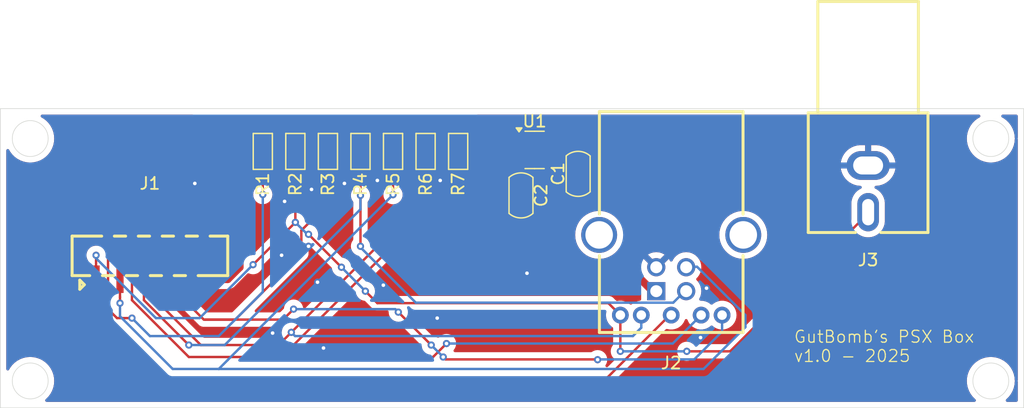
<source format=kicad_pcb>
(kicad_pcb (version 20240108) (generator "pcbnew") (generator_version "8.0")
  (layers (0 "F.Cu" signal) (31 "B.Cu" signal) (34 "B.Paste" user) (35 "F.Paste" user) (36 "B.SilkS" user "B.Silkscreen") (37 "F.SilkS" user "F.Silkscreen") (38 "B.Mask" user) (39 "F.Mask" user) (44 "Edge.Cuts" user))
  (net 0 "")
  (net 1 "+5V")
  (net 2 "GND")
  (net 3 "+3.3V")
  (net 4 "Net-(J1-ACK)")
  (net 5 "Net-(J1-CLK)")
  (net 6 "Net-(J1-ATT1)")
  (net 7 "Net-(J1-DAT)")
  (net 8 "Net-(J1-CMD)")
  (net 9 "Net-(J1-ATT2)")
  (net 10 "Net-(J1-IRQ10)")
  (footprint "Package_TO_SOT_SMD:SOT-23-3" (layer "F.Cu") (at 117.1375 64.45)
    (property "Reference" "U1" (at 0 -2.4 0) (layer "F.SilkS"))
    (property "Value" "XC6206PxxxMR" (hide yes))
    (fp_line (start 0 -1.56) (end -0.8 -1.56) (stroke (width 0.12)) (layer "F.SilkS"))
    (fp_line (start 0 -1.56) (end 0.8 -1.56) (stroke (width 0.12)) (layer "F.SilkS"))
    (fp_line (start 0 1.56) (end -0.8 1.56) (stroke (width 0.12)) (layer "F.SilkS"))
    (fp_line (start 0 1.56) (end 0.8 1.56) (stroke (width 0.12)) (layer "F.SilkS"))
    (fp_poly (pts (xy -1.3 -1.51) (xy -1.54 -1.84) (xy -1.06 -1.84) (xy -1.3 -1.51)) (stroke (width 0.12)) (fill solid) (layer "F.SilkS"))
    (pad "1" smd roundrect (at -1.1375 -0.95) (size 1.325 0.6) (layers "F.Cu" "F.Paste" "F.Mask") (net 2 "GND"))
    (pad "2" smd roundrect (at -1.1375 0.95) (size 1.325 0.6) (layers "F.Cu" "F.Paste" "F.Mask") (net 3 "+3.3V"))
    (pad "3" smd roundrect (at 1.1375 0) (size 1.325 0.6) (layers "F.Cu" "F.Paste" "F.Mask") (net 1 "+5V"))
  )
  (footprint "PCM_Resistor_SMD_AKL:R_0603_1608Metric" (layer "F.Cu") (at 94.43 64.575 -90)
    (property "Reference" "R1" (at 2.75 0 90) (layer "F.SilkS"))
    (property "Value" "R" (hide yes))
    (fp_line (start -1.5 0.8) (end 1.5 0.8) (stroke (width 0.12)) (layer "F.SilkS"))
    (fp_line (start 1.5 0.8) (end 1.5 -0.8) (stroke (width 0.12)) (layer "F.SilkS"))
    (fp_line (start -1.5 -0.8) (end -1.5 0.8) (stroke (width 0.12)) (layer "F.SilkS"))
    (fp_line (start 1.5 -0.8) (end -1.5 -0.8) (stroke (width 0.12)) (layer "F.SilkS"))
    (pad "1" smd roundrect (at -0.825 0 270) (size 0.8 0.95) (layers "F.Cu" "F.Paste" "F.Mask") (net 3 "+3.3V"))
    (pad "2" smd roundrect (at 0.825 0 270) (size 0.8 0.95) (layers "F.Cu" "F.Paste" "F.Mask") (net 4 "Net-(J1-ACK)"))
  )
  (footprint "PCM_Resistor_SMD_AKL:R_0603_1608Metric" (layer "F.Cu") (at 110.75 64.575 -90)
    (property "Reference" "R7" (at 2.75 0 90) (layer "F.SilkS"))
    (property "Value" "R" (hide yes))
    (fp_line (start -1.5 0.8) (end 1.5 0.8) (stroke (width 0.12)) (layer "F.SilkS"))
    (fp_line (start 1.5 0.8) (end 1.5 -0.8) (stroke (width 0.12)) (layer "F.SilkS"))
    (fp_line (start -1.5 -0.8) (end -1.5 0.8) (stroke (width 0.12)) (layer "F.SilkS"))
    (fp_line (start 1.5 -0.8) (end -1.5 -0.8) (stroke (width 0.12)) (layer "F.SilkS"))
    (pad "1" smd roundrect (at -0.825 0 270) (size 0.8 0.95) (layers "F.Cu" "F.Paste" "F.Mask") (net 3 "+3.3V"))
    (pad "2" smd roundrect (at 0.825 0 270) (size 0.8 0.95) (layers "F.Cu" "F.Paste" "F.Mask") (net 7 "Net-(J1-DAT)"))
  )
  (footprint "PCM_Capacitor_SMD_AKL:C_0805_2012Metric" (layer "F.Cu") (at 120.775 66.45 90)
    (property "Reference" "C1" (at 0 -1.68 90) (layer "F.SilkS"))
    (property "Value" "C_0805" (hide yes))
    (fp_line (start 1.5 -1) (end -1.5 -1) (stroke (width 0.12)) (layer "F.SilkS"))
    (fp_line (start -1.5 1) (end 1.5 1) (stroke (width 0.12)) (layer "F.SilkS"))
    (fp_arc (start 1.5 -1) (mid 1.880894 0) (end 1.5 1) (stroke (width 0.12)) (layer "F.SilkS"))
    (fp_arc (start -1.5 1) (mid -1.880894 0) (end -1.5 -1) (stroke (width 0.12)) (layer "F.SilkS"))
    (pad "1" smd roundrect (at -0.95 0 90) (size 1 1.45) (layers "F.Cu" "F.Paste" "F.Mask") (net 2 "GND"))
    (pad "2" smd roundrect (at 0.95 0 90) (size 1 1.45) (layers "F.Cu" "F.Paste" "F.Mask") (net 1 "+5V"))
  )
  (footprint "PCM_Capacitor_SMD_AKL:C_0805_2012Metric" (layer "F.Cu") (at 116 68.25 -90)
    (property "Reference" "C2" (at 0 -1.68 90) (layer "F.SilkS"))
    (property "Value" "C_0805" (hide yes))
    (fp_line (start -1.5 1) (end 1.5 1) (stroke (width 0.12)) (layer "F.SilkS"))
    (fp_line (start 1.5 -1) (end -1.5 -1) (stroke (width 0.12)) (layer "F.SilkS"))
    (fp_arc (start -1.5 1) (mid -1.880894 0) (end -1.5 -1) (stroke (width 0.12)) (layer "F.SilkS"))
    (fp_arc (start 1.5 -1) (mid 1.880894 0) (end 1.5 1) (stroke (width 0.12)) (layer "F.SilkS"))
    (pad "1" smd roundrect (at -0.95 0 270) (size 1 1.45) (layers "F.Cu" "F.Paste" "F.Mask") (net 3 "+3.3V"))
    (pad "2" smd roundrect (at 0.95 0 270) (size 1 1.45) (layers "F.Cu" "F.Paste" "F.Mask") (net 2 "GND"))
  )
  (footprint "PCM_Resistor_SMD_AKL:R_0603_1608Metric" (layer "F.Cu") (at 102.59 64.575 -90)
    (property "Reference" "R4" (at 2.75 0 90) (layer "F.SilkS"))
    (property "Value" "R" (hide yes))
    (fp_line (start -1.5 0.8) (end 1.5 0.8) (stroke (width 0.12)) (layer "F.SilkS"))
    (fp_line (start 1.5 0.8) (end 1.5 -0.8) (stroke (width 0.12)) (layer "F.SilkS"))
    (fp_line (start -1.5 -0.8) (end -1.5 0.8) (stroke (width 0.12)) (layer "F.SilkS"))
    (fp_line (start 1.5 -0.8) (end -1.5 -0.8) (stroke (width 0.12)) (layer "F.SilkS"))
    (pad "1" smd roundrect (at -0.825 0 270) (size 0.8 0.95) (layers "F.Cu" "F.Paste" "F.Mask") (net 3 "+3.3V"))
    (pad "2" smd roundrect (at 0.825 0 270) (size 0.8 0.95) (layers "F.Cu" "F.Paste" "F.Mask") (net 6 "Net-(J1-ATT1)"))
  )
  (footprint "easyeda2kicad:USB-B-TH_9P-L18.5-W12.0" (layer "F.Cu") (at 128.55 74.9 180)
    (property "Reference" "J2" (at 0 -7.35 180) (layer "F.SilkS"))
    (property "Value" "USB3_B")
    (fp_line (start 6 13.65) (end 6 5.09) (stroke (width 0.25)) (layer "F.SilkS"))
    (fp_line (start 6 1.62) (end 6 -4.8) (stroke (width 0.25)) (layer "F.SilkS"))
    (fp_line (start 6 -4.8) (end -6 -4.8) (stroke (width 0.25)) (layer "F.SilkS"))
    (fp_line (start -6 13.65) (end 6 13.65) (stroke (width 0.25)) (layer "F.SilkS"))
    (fp_line (start -6 5.09) (end -6 13.65) (stroke (width 0.25)) (layer "F.SilkS"))
    (fp_line (start -6 -4.8) (end -6 1.62) (stroke (width 0.25)) (layer "F.SilkS"))
    (pad "1" thru_hole rect (at 1.25 -1.35 180) (size 1.52 1.52) (drill 0.999998) (layers "*.Cu" "*.Mask") (net 1 "+5V"))
    (pad "2" thru_hole circle (at -1.25 -1.35 180) (size 1.52 1.52) (drill 0.999998) (layers "*.Cu" "*.Mask") (net 6 "Net-(J1-ATT1)"))
    (pad "3" thru_hole circle (at -1.25 0.65 180) (size 1.52 1.52) (drill 0.999998) (layers "*.Cu" "*.Mask") (net 9 "Net-(J1-ATT2)"))
    (pad "4" thru_hole circle (at 1.25 0.65 180) (size 1.52 1.52) (drill 0.999998) (layers "*.Cu" "*.Mask") (net 2 "GND"))
    (pad "5" thru_hole circle (at -4.25 -3.35 180) (size 1.4 1.4) (drill 0.799998) (layers "*.Cu" "*.Mask") (net 5 "Net-(J1-CLK)"))
    (pad "6" thru_hole circle (at -2.5 -3.35 180) (size 1.4 1.4) (drill 0.799998) (layers "*.Cu" "*.Mask") (net 7 "Net-(J1-DAT)"))
    (pad "7" thru_hole circle (at 0 -3.35 180) (size 1.4 1.4) (drill 0.799998) (layers "*.Cu" "*.Mask") (net 4 "Net-(J1-ACK)"))
    (pad "8" thru_hole circle (at 2.5 -3.35 180) (size 1.4 1.4) (drill 0.799998) (layers "*.Cu" "*.Mask") (net 8 "Net-(J1-CMD)"))
    (pad "9" thru_hole circle (at 4.25 -3.35 180) (size 1.4 1.4) (drill 0.799998) (layers "*.Cu" "*.Mask") (net 10 "Net-(J1-IRQ10)"))
    (pad "10" thru_hole circle (at -6.02 3.35 180) (size 3 3) (drill 2.300021) (layers "*.Cu" "*.Mask"))
    (pad "11" thru_hole circle (at 6.02 3.35 180) (size 3 3) (drill 2.300021) (layers "*.Cu" "*.Mask"))
  )
  (footprint "easyeda2kicad:CONN-TH_AV-5" (layer "F.Cu") (at 145 67.7 180)
    (property "Reference" "J3" (at 0 -5.95 180) (layer "F.SilkS"))
    (property "Value" "RCJ-044")
    (fp_line (start 5 -3.65) (end 5 6.35) (stroke (width 0.25)) (layer "F.SilkS"))
    (fp_line (start 4.2 6.35) (end 4.2 15.65) (stroke (width 0.25)) (layer "F.SilkS"))
    (fp_line (start 1.06 -3.65) (end 5 -3.65) (stroke (width 0.25)) (layer "F.SilkS"))
    (fp_line (start -4.2 15.65) (end 4.2 15.65) (stroke (width 0.25)) (layer "F.SilkS"))
    (fp_line (start -4.2 6.35) (end -4.2 15.65) (stroke (width 0.25)) (layer "F.SilkS"))
    (fp_line (start -5 6.35) (end 5 6.35) (stroke (width 0.25)) (layer "F.SilkS"))
    (fp_line (start -5 6.35) (end -5 -3.65) (stroke (width 0.25)) (layer "F.SilkS"))
    (fp_line (start -5 -3.65) (end -1.06 -3.65) (stroke (width 0.25)) (layer "F.SilkS"))
    (pad "1" thru_hole oval (at 0 1.95 180) (size 3.6 2.4) (drill oval 2.499995 1.500022) (layers "*.Cu" "*.Mask") (net 2 "GND"))
    (pad "2" thru_hole oval (at 0 -1.95 270) (size 3.2 1.8) (drill oval 2.199996 0.999998) (layers "*.Cu" "*.Mask") (net 10 "Net-(J1-IRQ10)"))
  )
  (footprint "PCM_Resistor_SMD_AKL:R_0603_1608Metric" (layer "F.Cu") (at 99.87 64.575 -90)
    (property "Reference" "R3" (at 2.75 0 90) (layer "F.SilkS"))
    (property "Value" "R" (hide yes))
    (fp_line (start -1.5 0.8) (end 1.5 0.8) (stroke (width 0.12)) (layer "F.SilkS"))
    (fp_line (start 1.5 0.8) (end 1.5 -0.8) (stroke (width 0.12)) (layer "F.SilkS"))
    (fp_line (start -1.5 -0.8) (end -1.5 0.8) (stroke (width 0.12)) (layer "F.SilkS"))
    (fp_line (start 1.5 -0.8) (end -1.5 -0.8) (stroke (width 0.12)) (layer "F.SilkS"))
    (pad "1" smd roundrect (at -0.825 0 270) (size 0.8 0.95) (layers "F.Cu" "F.Paste" "F.Mask") (net 3 "+3.3V"))
    (pad "2" smd roundrect (at 0.825 0 270) (size 0.8 0.95) (layers "F.Cu" "F.Paste" "F.Mask") (net 5 "Net-(J1-CLK)"))
  )
  (footprint "PCM_Resistor_SMD_AKL:R_0603_1608Metric" (layer "F.Cu") (at 105.31 64.575 -90)
    (property "Reference" "R5" (at 2.75 0 90) (layer "F.SilkS"))
    (property "Value" "R" (hide yes))
    (fp_line (start -1.5 0.8) (end 1.5 0.8) (stroke (width 0.12)) (layer "F.SilkS"))
    (fp_line (start 1.5 0.8) (end 1.5 -0.8) (stroke (width 0.12)) (layer "F.SilkS"))
    (fp_line (start -1.5 -0.8) (end -1.5 0.8) (stroke (width 0.12)) (layer "F.SilkS"))
    (fp_line (start 1.5 -0.8) (end -1.5 -0.8) (stroke (width 0.12)) (layer "F.SilkS"))
    (pad "1" smd roundrect (at -0.825 0 270) (size 0.8 0.95) (layers "F.Cu" "F.Paste" "F.Mask") (net 3 "+3.3V"))
    (pad "2" smd roundrect (at 0.825 0 270) (size 0.8 0.95) (layers "F.Cu" "F.Paste" "F.Mask") (net 9 "Net-(J1-ATT2)"))
  )
  (footprint "easyeda2kicad:FPC-SMD_10P-P1.00-L3.4-W13.0" (layer "F.Cu") (at 85 73.25)
    (property "Reference" "J1" (at 0 -6 0) (layer "F.SilkS"))
    (property "Value" "Conn_02x05_Odd_Even")
    (fp_line (start -6.5 -1.6) (end -4.03 -1.6) (stroke (width 0.25)) (layer "F.SilkS"))
    (fp_line (start -6.5 1.7) (end -6.5 -1.6) (stroke (width 0.25)) (layer "F.SilkS"))
    (fp_line (start -5.86 2.08) (end -5.48 2.46) (stroke (width 0.25)) (layer "F.SilkS"))
    (fp_line (start -5.86 2.84) (end -5.86 2.08) (stroke (width 0.25)) (layer "F.SilkS"))
    (fp_line (start -5.48 2.46) (end -5.86 2.84) (stroke (width 0.25)) (layer "F.SilkS"))
    (fp_line (start -5.03 1.7) (end -6.5 1.7) (stroke (width 0.25)) (layer "F.SilkS"))
    (fp_line (start -3.03 1.7) (end -3.97 1.7) (stroke (width 0.25)) (layer "F.SilkS"))
    (fp_line (start -2.97 -1.6) (end -2.03 -1.6) (stroke (width 0.25)) (layer "F.SilkS"))
    (fp_line (start -1.03 1.7) (end -1.97 1.7) (stroke (width 0.25)) (layer "F.SilkS"))
    (fp_line (start -0.97 -1.6) (end -0.03 -1.6) (stroke (width 0.25)) (layer "F.SilkS"))
    (fp_line (start 0.97 1.7) (end 0.03 1.7) (stroke (width 0.25)) (layer "F.SilkS"))
    (fp_line (start 1.03 -1.6) (end 1.97 -1.6) (stroke (width 0.25)) (layer "F.SilkS"))
    (fp_line (start 2.97 1.7) (end 2.03 1.7) (stroke (width 0.25)) (layer "F.SilkS"))
    (fp_line (start 3.03 -1.6) (end 3.97 -1.6) (stroke (width 0.25)) (layer "F.SilkS"))
    (fp_line (start 5.03 -1.6) (end 6.5 -1.6) (stroke (width 0.25)) (layer "F.SilkS"))
    (fp_line (start 6.5 -1.6) (end 6.5 1.7) (stroke (width 0.25)) (layer "F.SilkS"))
    (fp_line (start 6.5 1.7) (end 4.03 1.7) (stroke (width 0.25)) (layer "F.SilkS"))
    (pad "1" smd rect (at -4.5 2 90) (size 2.3 0.6) (layers "F.Cu" "F.Paste" "F.Mask") (net 10 "Net-(J1-IRQ10)"))
    (pad "2" smd rect (at -3.5 -2 90) (size 2.3 0.6) (layers "F.Cu" "F.Paste" "F.Mask") (net 4 "Net-(J1-ACK)"))
    (pad "3" smd rect (at -2.5 2 90) (size 2.3 0.6) (layers "F.Cu" "F.Paste" "F.Mask") (net 9 "Net-(J1-ATT2)"))
    (pad "4" smd rect (at -1.5 -2 90) (size 2.3 0.6) (layers "F.Cu" "F.Paste" "F.Mask") (net 1 "+5V"))
    (pad "5" smd rect (at -0.5 2 90) (size 2.3 0.6) (layers "F.Cu" "F.Paste" "F.Mask") (net 6 "Net-(J1-ATT1)"))
    (pad "6" smd rect (at 0.5 -2 90) (size 2.3 0.6) (layers "F.Cu" "F.Paste" "F.Mask") (net 7 "Net-(J1-DAT)"))
    (pad "7" smd rect (at 1.5 2 90) (size 2.3 0.6) (layers "F.Cu" "F.Paste" "F.Mask") (net 2 "GND"))
    (pad "8" smd rect (at 2.5 -2 90) (size 2.3 0.6) (layers "F.Cu" "F.Paste" "F.Mask") (net 8 "Net-(J1-CMD)"))
    (pad "9" smd rect (at 3.5 2 90) (size 2.3 0.6) (layers "F.Cu" "F.Paste" "F.Mask") (net 3 "+3.3V"))
    (pad "10" smd rect (at 4.5 -2 90) (size 2.3 0.6) (layers "F.Cu" "F.Paste" "F.Mask") (net 5 "Net-(J1-CLK)"))
  )
  (footprint "PCM_Resistor_SMD_AKL:R_0603_1608Metric" (layer "F.Cu") (at 108.03 64.575 -90)
    (property "Reference" "R6" (at 2.75 0 90) (layer "F.SilkS"))
    (property "Value" "R" (hide yes))
    (fp_line (start -1.5 0.8) (end 1.5 0.8) (stroke (width 0.12)) (layer "F.SilkS"))
    (fp_line (start 1.5 0.8) (end 1.5 -0.8) (stroke (width 0.12)) (layer "F.SilkS"))
    (fp_line (start -1.5 -0.8) (end -1.5 0.8) (stroke (width 0.12)) (layer "F.SilkS"))
    (fp_line (start 1.5 -0.8) (end -1.5 -0.8) (stroke (width 0.12)) (layer "F.SilkS"))
    (pad "1" smd roundrect (at -0.825 0 270) (size 0.8 0.95) (layers "F.Cu" "F.Paste" "F.Mask") (net 3 "+3.3V"))
    (pad "2" smd roundrect (at 0.825 0 270) (size 0.8 0.95) (layers "F.Cu" "F.Paste" "F.Mask") (net 8 "Net-(J1-CMD)"))
  )
  (footprint "PCM_Resistor_SMD_AKL:R_0603_1608Metric" (layer "F.Cu") (at 97.15 64.575 -90)
    (property "Reference" "R2" (at 2.75 0 90) (layer "F.SilkS"))
    (property "Value" "R" (hide yes))
    (fp_line (start -1.5 0.8) (end 1.5 0.8) (stroke (width 0.12)) (layer "F.SilkS"))
    (fp_line (start 1.5 0.8) (end 1.5 -0.8) (stroke (width 0.12)) (layer "F.SilkS"))
    (fp_line (start -1.5 -0.8) (end -1.5 0.8) (stroke (width 0.12)) (layer "F.SilkS"))
    (fp_line (start 1.5 -0.8) (end -1.5 -0.8) (stroke (width 0.12)) (layer "F.SilkS"))
    (pad "1" smd roundrect (at -0.825 0 270) (size 0.8 0.95) (layers "F.Cu" "F.Paste" "F.Mask") (net 3 "+3.3V"))
    (pad "2" smd roundrect (at 0.825 0 270) (size 0.8 0.95) (layers "F.Cu" "F.Paste" "F.Mask") (net 10 "Net-(J1-IRQ10)"))
  )
  (gr_circle (center 155.25 83.75) (end 156.75 83.75) (stroke (width 0.05)) (fill none) (layer "Edge.Cuts"))
  (gr_circle (center 75 63.5) (end 76.5 63.5) (stroke (width 0.05)) (fill none) (layer "Edge.Cuts"))
  (gr_circle (center 75 83.75) (end 76.5 83.75) (stroke (width 0.05)) (fill none) (layer "Edge.Cuts"))
  (gr_rect (start 72.5 61) (end 158 86) (stroke (width 0.05)) (fill none) (layer "Edge.Cuts"))
  (gr_circle (center 155.25 63.5) (end 156.75 63.5) (stroke (width 0.05)) (fill none) (layer "Edge.Cuts"))
  (gr_text "GutBomb's PSX Box\nv1.0 - 2025" (at 138.75 82.25 0) (layer "F.SilkS") (effects (font (size 1 1) (thickness 0.1)) (justify left bottom)))
  (segment (start 126.96 76.21) (end 127.22 76.21) (width 0.65) (layer "F.Cu") (net 1))
  (segment (start 118.275 64.45) (end 113.877082 64.45) (width 0.65) (layer "F.Cu") (net 1))
  (segment (start 125.25 74.5) (end 126.96 76.21) (width 0.65) (layer "F.Cu") (net 1))
  (segment (start 89.25 62.25) (end 83.5 68) (width 0.65) (layer "F.Cu") (net 1))
  (segment (start 120.775 65.5) (end 122.25 65.5) (width 0.65) (layer "F.Cu") (net 1))
  (segment (start 113.877082 64.45) (end 111.677082 62.25) (width 0.65) (layer "F.Cu") (net 1))
  (segment (start 83.5 68) (end 83.5 71.25) (width 0.65) (layer "F.Cu") (net 1))
  (segment (start 125.25 68.5) (end 125.25 74.5) (width 0.65) (layer "F.Cu") (net 1))
  (segment (start 119.725 64.45) (end 120.775 65.5) (width 0.65) (layer "F.Cu") (net 1))
  (segment (start 118.275 64.45) (end 119.725 64.45) (width 0.65) (layer "F.Cu") (net 1))
  (segment (start 111.677082 62.25) (end 89.25 62.25) (width 0.65) (layer "F.Cu") (net 1))
  (segment (start 122.25 65.5) (end 125.25 68.5) (width 0.65) (layer "F.Cu") (net 1))
  (via (at 99 75.5) (size 0.6) (drill 0.3) (layers "F.Cu" "B.Cu") (net 2))
  (via (at 104.5 75.75) (size 0.6) (drill 0.3) (layers "F.Cu" "B.Cu") (net 2))
  (via (at 101.25 67.25) (size 0.6) (drill 0.3) (layers "F.Cu" "B.Cu") (net 2))
  (via (at 96.25 68.75) (size 0.6) (drill 0.3) (layers "F.Cu" "B.Cu") (net 2))
  (via (at 109 78.5) (size 0.6) (drill 0.3) (layers "F.Cu" "B.Cu") (net 2))
  (via (at 104 67) (size 0.6) (drill 0.3) (layers "F.Cu" "B.Cu") (net 2))
  (via (at 131.5 76) (size 0.6) (drill 0.3) (layers "F.Cu" "B.Cu") (net 2))
  (via (at 116.5 74.75) (size 0.6) (drill 0.3) (layers "F.Cu" "B.Cu") (net 2))
  (via (at 109.25 67) (size 0.6) (drill 0.3) (layers "F.Cu" "B.Cu") (net 2))
  (via (at 131 80.125) (size 0.6) (drill 0.3) (layers "F.Cu" "B.Cu") (net 2))
  (via (at 95.25 79.75) (size 0.6) (drill 0.3) (layers "F.Cu" "B.Cu") (net 2))
  (via (at 88.75 67.25) (size 0.6) (drill 0.3) (layers "F.Cu" "B.Cu") (net 2))
  (via (at 96 73.25) (size 0.6) (drill 0.3) (layers "F.Cu" "B.Cu") (net 2))
  (via (at 99.5 81) (size 0.6) (drill 0.3) (layers "F.Cu" "B.Cu") (net 2))
  (via (at 98.5 67.75) (size 0.6) (drill 0.3) (layers "F.Cu" "B.Cu") (net 2))
  (via (at 98.25 72.5) (size 0.6) (drill 0.3) (layers "F.Cu" "B.Cu") (net 2))
  (segment (start 105.31 63.75) (end 102.59 63.75) (width 0.65) (layer "F.Cu") (net 3))
  (segment (start 114.8 67.3) (end 116 67.3) (width 0.65) (layer "F.Cu") (net 3))
  (segment (start 111.25 63.75) (end 114.8 67.3) (width 0.65) (layer "F.Cu") (net 3))
  (segment (start 93.955 63.75) (end 92.5 65.205) (width 0.65) (layer "F.Cu") (net 3))
  (segment (start 108.03 63.75) (end 105.31 63.75) (width 0.65) (layer "F.Cu") (net 3))
  (segment (start 92.5 65.205) (end 92.5 74.25) (width 0.65) (layer "F.Cu") (net 3))
  (segment (start 91.5 75.25) (end 88.5 75.25) (width 0.65) (layer "F.Cu") (net 3))
  (segment (start 110.75 63.75) (end 111.25 63.75) (width 0.65) (layer "F.Cu") (net 3))
  (segment (start 99.87 63.75) (end 97.15 63.75) (width 0.65) (layer "F.Cu") (net 3))
  (segment (start 92.5 74.25) (end 91.5 75.25) (width 0.65) (layer "F.Cu") (net 3))
  (segment (start 116 67.3) (end 116 65.4) (width 0.65) (layer "F.Cu") (net 3))
  (segment (start 94.43 63.75) (end 93.955 63.75) (width 0.65) (layer "F.Cu") (net 3))
  (segment (start 102.59 63.75) (end 99.87 63.75) (width 0.65) (layer "F.Cu") (net 3))
  (segment (start 97.15 63.75) (end 94.43 63.75) (width 0.65) (layer "F.Cu") (net 3))
  (segment (start 110.75 63.75) (end 108.03 63.75) (width 0.65) (layer "F.Cu") (net 3))
  (segment (start 82.25 78.5) (end 83.5 78.5) (width 0.2) (layer "F.Cu") (net 4))
  (segment (start 86.5 83.75) (end 81.5 78.75) (width 0.2) (layer "F.Cu") (net 4))
  (segment (start 81.5 78.75) (end 81.5 77.75) (width 0.2) (layer "F.Cu") (net 4))
  (segment (start 128.47 78.21) (end 122.93 83.75) (width 0.2) (layer "F.Cu") (net 4))
  (segment (start 81.5 71.25) (end 81.5 77.75) (width 0.2) (layer "F.Cu") (net 4))
  (segment (start 94.43 68.18) (end 94.43 65.4) (width 0.2) (layer "F.Cu") (net 4))
  (segment (start 122.93 83.75) (end 86.5 83.75) (width 0.2) (layer "F.Cu") (net 4))
  (segment (start 81.5 77.75) (end 82.25 78.5) (width 0.2) (layer "F.Cu") (net 4))
  (via (at 94.43 68.18) (size 0.6) (drill 0.3) (layers "F.Cu" "B.Cu") (net 4))
  (via (at 83.5 78.5) (size 0.6) (drill 0.3) (layers "F.Cu" "B.Cu") (net 4))
  (segment (start 94.43 68.18) (end 94.43 76.32) (width 0.2) (layer "B.Cu") (net 4))
  (segment (start 94.43 76.32) (end 90.75 80) (width 0.2) (layer "B.Cu") (net 4))
  (segment (start 90.75 80) (end 85 80) (width 0.2) (layer "B.Cu") (net 4))
  (segment (start 85 80) (end 83.5 78.5) (width 0.2) (layer "B.Cu") (net 4))
  (segment (start 109.7 81.95) (end 109.5 81.75) (width 0.2) (layer "F.Cu") (net 5))
  (segment (start 97 77.75) (end 96.125 78.625) (width 0.2) (layer "F.Cu") (net 5))
  (segment (start 89.5 78.625) (end 89.625 78.625) (width 0.2) (layer "F.Cu") (net 5))
  (segment (start 122.375 81.95) (end 109.7 81.95) (width 0.2) (layer "F.Cu") (net 5))
  (segment (start 96.125 78.625) (end 89.625 78.625) (width 0.2) (layer "F.Cu") (net 5))
  (segment (start 89.5 71.25) (end 89.5 71.75) (width 0.2) (layer "F.Cu") (net 5))
  (segment (start 87.5 73.75) (end 87.5 76.625) (width 0.2) (layer "F.Cu") (net 5))
  (segment (start 97.65 73.1) (end 97.65 71.175736) (width 0.2) (layer "F.Cu") (net 5))
  (segment (start 89.625 78.625) (end 92.125 78.625) (width 0.2) (layer "F.Cu") (net 5))
  (segment (start 122.4 81.975) (end 122.375 81.95) (width 0.2) (layer "F.Cu") (net 5))
  (segment (start 108.5 80.75) (end 105.75 78) (width 0.2) (layer "F.Cu") (net 5))
  (segment (start 92.125 78.625) (end 97.65 73.1) (width 0.2) (layer "F.Cu") (net 5))
  (segment (start 97.65 71.175736) (end 99.87 68.955736) (width 0.2) (layer "F.Cu") (net 5))
  (segment (start 87.5 76.625) (end 89.5 78.625) (width 0.2) (layer "F.Cu") (net 5))
  (segment (start 99.87 68.955736) (end 99.87 65.4) (width 0.2) (layer "F.Cu") (net 5))
  (segment (start 89.5 71.75) (end 87.5 73.75) (width 0.2) (layer "F.Cu") (net 5))
  (via (at 108.5 80.75) (size 0.6) (drill 0.3) (layers "F.Cu" "B.Cu") (net 5))
  (via (at 109.5 81.75) (size 0.6) (drill 0.3) (layers "F.Cu" "B.Cu") (net 5))
  (via (at 122.4 81.975) (size 0.6) (drill 0.3) (layers "F.Cu" "B.Cu") (net 5))
  (via (at 97 77.75) (size 0.6) (drill 0.3) (layers "F.Cu" "B.Cu") (net 5))
  (via (at 105.75 78) (size 0.6) (drill 0.3) (layers "F.Cu" "B.Cu") (net 5))
  (segment (start 109.5 81.75) (end 108.5 80.75) (width 0.2) (layer "B.Cu") (net 5))
  (segment (start 105.75 78) (end 105.5 77.75) (width 0.2) (layer "B.Cu") (net 5))
  (segment (start 122.425 81.95) (end 130.475 81.95) (width 0.2) (layer "B.Cu") (net 5))
  (segment (start 122.4 81.975) (end 122.425 81.95) (width 0.2) (layer "B.Cu") (net 5))
  (segment (start 132.8 79.625) (end 132.8 78.25) (width 0.2) (layer "B.Cu") (net 5))
  (segment (start 130.475 81.95) (end 132.8 79.625) (width 0.2) (layer "B.Cu") (net 5))
  (segment (start 105.5 77.75) (end 97 77.75) (width 0.2) (layer "B.Cu") (net 5))
  (segment (start 102.59 72.5) (end 102.59 68.25) (width 0.2) (layer "F.Cu") (net 6))
  (segment (start 102.59 68.25) (end 102.59 65.4) (width 0.2) (layer "F.Cu") (net 6))
  (segment (start 88.25 80.75) (end 84.5 77) (width 0.2) (layer "F.Cu") (net 6))
  (segment (start 84.5 77) (end 84.5 75.25) (width 0.2) (layer "F.Cu") (net 6))
  (via (at 88.25 80.75) (size 0.6) (drill 0.3) (layers "F.Cu" "B.Cu") (net 6))
  (via (at 102.59 68.25) (size 0.6) (drill 0.3) (layers "F.Cu" "B.Cu") (net 6))
  (via (at 102.59 72.5) (size 0.6) (drill 0.3) (layers "F.Cu" "B.Cu") (net 6))
  (segment (start 107.21 77.21) (end 102.5 72.5) (width 0.2) (layer "B.Cu") (net 6))
  (segment (start 88.25 80.75) (end 91.25 80.75) (width 0.2) (layer "B.Cu") (net 6))
  (segment (start 91.25 80.75) (end 102.59 69.41) (width 0.2) (layer "B.Cu") (net 6))
  (segment (start 128.72 77.21) (end 107.21 77.21) (width 0.2) (layer "B.Cu") (net 6))
  (segment (start 129.72 76.21) (end 128.72 77.21) (width 0.2) (layer "B.Cu") (net 6))
  (segment (start 102.59 69.41) (end 102.59 68.25) (width 0.2) (layer "B.Cu") (net 6))
  (segment (start 83.5 77) (end 88.25 81.75) (width 0.2) (layer "F.Cu") (net 7))
  (segment (start 85.5 72) (end 83.5 74) (width 0.2) (layer "F.Cu") (net 7))
  (segment (start 109.775735 80.625735) (end 109.775736 80.625735) (width 0.2) (layer "F.Cu") (net 7))
  (segment (start 96 81.75) (end 96.75 81) (width 0.2) (layer "F.Cu") (net 7))
  (segment (start 88.25 81.75) (end 96 81.75) (width 0.2) (layer "F.Cu") (net 7))
  (segment (start 97.75 80) (end 110.75 67) (width 0.2) (layer "F.Cu") (net 7))
  (segment (start 85.5 71.25) (end 85.5 72) (width 0.2) (layer "F.Cu") (net 7))
  (segment (start 109.775735 80.625736) (end 109.775735 80.625735) (width 0.2) (layer "F.Cu") (net 7))
  (segment (start 83.5 74) (end 83.5 77) (width 0.2) (layer "F.Cu") (net 7))
  (segment (start 96.75 81) (end 97.75 80) (width 0.2) (layer "F.Cu") (net 7))
  (segment (start 108.651471 81.75) (end 109.775735 80.625736) (width 0.2) (layer "F.Cu") (net 7))
  (segment (start 110.75 67) (end 110.75 65.4) (width 0.2) (layer "F.Cu") (net 7))
  (segment (start 95.75 81.75) (end 108.651471 81.75) (width 0.2) (layer "F.Cu") (net 7))
  (via (at 109.775735 80.625735) (size 0.6) (drill 0.3) (layers "F.Cu" "B.Cu") (net 7))
  (segment (start 128.674265 80.625735) (end 131.05 78.25) (width 0.2) (layer "B.Cu") (net 7))
  (segment (start 109.775735 80.625735) (end 128.674265 80.625735) (width 0.2) (layer "B.Cu") (net 7))
  (segment (start 95.75 80.75) (end 89.25 80.75) (width 0.2) (layer "F.Cu") (net 8))
  (segment (start 126 78.24) (end 125.97 78.21) (width 0.2) (layer "F.Cu") (net 8))
  (segment (start 96.8125 79.6875) (end 108.03 68.47) (width 0.2) (layer "F.Cu") (net 8))
  (segment (start 87.5 71.5) (end 87.5 71.25) (width 0.2) (layer "F.Cu") (net 8))
  (segment (start 96.8125 79.6875) (end 95.75 80.75) (width 0.2) (layer "F.Cu") (net 8))
  (segment (start 89.25 80.75) (end 85.5 77) (width 0.2) (layer "F.Cu") (net 8))
  (segment (start 85.5 77) (end 85.5 73.5) (width 0.2) (layer "F.Cu") (net 8))
  (segment (start 108.03 68.47) (end 108.03 65.4) (width 0.2) (layer "F.Cu") (net 8))
  (segment (start 85.5 73.5) (end 87.5 71.5) (width 0.2) (layer "F.Cu") (net 8))
  (via (at 96.8125 79.6875) (size 0.6) (drill 0.3) (layers "F.Cu" "B.Cu") (net 8))
  (segment (start 126.05 79.3) (end 126.05 78.25) (width 0.2) (layer "B.Cu") (net 8))
  (segment (start 96.8125 79.6875) (end 97.125 80) (width 0.2) (layer "B.Cu") (net 8))
  (segment (start 125.35 80) (end 126.05 79.3) (width 0.2) (layer "B.Cu") (net 8))
  (segment (start 97.125 80) (end 125.35 80) (width 0.2) (layer "B.Cu") (net 8))
  (segment (start 105.31 68.19) (end 105.31 65.4) (width 0.2) (layer "F.Cu") (net 9))
  (segment (start 82.5 75.25) (end 82.5 76.75) (width 0.2) (layer "F.Cu") (net 9))
  (segment (start 82.5 76.75) (end 82.5 77.25) (width 0.2) (layer "F.Cu") (net 9))
  (via (at 105.31 68.19) (size 0.6) (drill 0.3) (layers "F.Cu" "B.Cu") (net 9))
  (via (at 82.5 77.25) (size 0.6) (drill 0.3) (layers "F.Cu" "B.Cu") (net 9))
  (segment (start 134.75 79.25) (end 134.75 78.250051) (width 0.2) (layer "B.Cu") (net 9))
  (segment (start 91.5 82) (end 92.5 81) (width 0.2) (layer "B.Cu") (net 9))
  (segment (start 82.5 78.348529) (end 86.901471 82.75) (width 0.2) (layer "B.Cu") (net 9))
  (segment (start 82.5 77.25) (end 82.5 78.348529) (width 0.2) (layer "B.Cu") (net 9))
  (segment (start 134.75 78.250051) (end 130.709949 74.21) (width 0.2) (layer "B.Cu") (net 9))
  (segment (start 90.75 82.75) (end 91.5 82) (width 0.2) (layer "B.Cu") (net 9))
  (segment (start 130.709949 74.21) (end 129.72 74.21) (width 0.2) (layer "B.Cu") (net 9))
  (segment (start 86.901471 82.75) (end 90.75 82.75) (width 0.2) (layer "B.Cu") (net 9))
  (segment (start 131.25 82.75) (end 134.75 79.25) (width 0.2) (layer "B.Cu") (net 9))
  (segment (start 92.5 81) (end 105.31 68.19) (width 0.2) (layer "B.Cu") (net 9))
  (segment (start 90.75 82.75) (end 131.25 82.75) (width 0.2) (layer "B.Cu") (net 9))
  (segment (start 97.15 70.5) (end 97.15 65.4) (width 0.2) (layer "F.Cu") (net 10))
  (segment (start 123.3 77.25) (end 124.3 78.25) (width 0.2) (layer "F.Cu") (net 10))
  (segment (start 129.85 81.275) (end 133.475 81.275) (width 0.2) (layer "F.Cu") (net 10))
  (segment (start 97.15 70.50147) (end 97.15 70.5) (width 0.2) (layer "F.Cu") (net 10))
  (segment (start 138.25 76.5) (end 138.256 76.5) (width 0.2) (layer "F.Cu") (net 10))
  (segment (start 138.1125 76.6375) (end 138.25 76.5) (width 0.2) (layer "F.Cu") (net 10))
  (segment (start 104 77.25) (end 103 76.25) (width 0.2) (layer "F.Cu") (net 10))
  (segment (start 104 77.25) (end 123.3 77.25) (width 0.2) (layer "F.Cu") (net 10))
  (segment (start 124.3 78.25) (end 124.3 81.275) (width 0.2) (layer "F.Cu") (net 10))
  (segment (start 101 74.25) (end 98.25 71.5) (width 0.2) (layer "F.Cu") (net 10))
  (segment (start 138.256 76.5) (end 145.106 69.65) (width 0.2) (layer "F.Cu") (net 10))
  (segment (start 93.615735 74.035735) (end 97.15 70.50147) (width 0.2) (layer "F.Cu") (net 10))
  (segment (start 133.475 81.275) (end 138.1125 76.6375) (width 0.2) (layer "F.Cu") (net 10))
  (segment (start 138 76.75) (end 138.1125 76.6375) (width 0.2) (layer "F.Cu") (net 10))
  (segment (start 80.5 75.25) (end 80.5 73.25) (width 0.2) (layer "F.Cu") (net 10))
  (via (at 124.3 81.275) (size 0.6) (drill 0.3) (layers "F.Cu" "B.Cu") (net 10))
  (via (at 97.15 70.5) (size 0.6) (drill 0.3) (layers "F.Cu" "B.Cu") (net 10))
  (via (at 129.85 81.275) (size 0.6) (drill 0.3) (layers "F.Cu" "B.Cu") (net 10))
  (via (at 101 74.25) (size 0.6) (drill 0.3) (layers "F.Cu" "B.Cu") (net 10))
  (via (at 103 76.25) (size 0.6) (drill 0.3) (layers "F.Cu" "B.Cu") (net 10))
  (via (at 93.615735 74.035735) (size 0.6) (drill 0.3) (layers "F.Cu" "B.Cu") (net 10))
  (via (at 98.25 71.5) (size 0.6) (drill 0.3) (layers "F.Cu" "B.Cu") (net 10))
  (via (at 80.5 73.25) (size 0.6) (drill 0.3) (layers "F.Cu" "B.Cu") (net 10))
  (segment (start 98.15 71.5) (end 97.15 70.5) (width 0.2) (layer "B.Cu") (net 10))
  (segment (start 80.5 73.5) (end 80.5 73.25) (width 0.2) (layer "B.Cu") (net 10))
  (segment (start 89.15147 78.5) (end 85.5 78.5) (width 0.2) (layer "B.Cu") (net 10))
  (segment (start 103 76.25) (end 101 74.25) (width 0.2) (layer "B.Cu") (net 10))
  (segment (start 124.3 81.275) (end 129.85 81.275) (width 0.2) (layer "B.Cu") (net 10))
  (segment (start 93.615735 74.035735) (end 89.15147 78.5) (width 0.2) (layer "B.Cu") (net 10))
  (segment (start 98.25 71.5) (end 98.15 71.5) (width 0.2) (layer "B.Cu") (net 10))
  (segment (start 85.5 78.5) (end 80.5 73.5) (width 0.2) (layer "B.Cu") (net 10))
  (zone (net 2) (net_name "GND") (layer "F.Cu") (connect_pads (clearance 0.5)) (min_thickness 0.25) (fill yes (thermal_gap 0.5) (thermal_bridge_width 0.5))
    (polygon (pts (xy 72.5 61) (xy 158 61) (xy 158 86) (xy 72.5 86)))
  )
  (zone (net 2) (net_name "GND") (layer "B.Cu") (priority 1) (connect_pads (clearance 0.5)) (min_thickness 0.25) (fill yes (thermal_gap 0.5) (thermal_bridge_width 0.5))
    (polygon (pts (xy 72.5 61) (xy 158 61) (xy 158 86) (xy 72.5 86)))
  )
)
</source>
